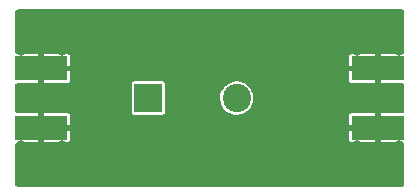
<source format=gbl>
%TF.GenerationSoftware,KiCad,Pcbnew,(6.0.6)*%
%TF.CreationDate,2023-03-09T17:56:09+01:00*%
%TF.ProjectId,dc_block,64635f62-6c6f-4636-9b2e-6b696361645f,rev?*%
%TF.SameCoordinates,Original*%
%TF.FileFunction,Copper,L2,Bot*%
%TF.FilePolarity,Positive*%
%FSLAX46Y46*%
G04 Gerber Fmt 4.6, Leading zero omitted, Abs format (unit mm)*
G04 Created by KiCad (PCBNEW (6.0.6)) date 2023-03-09 17:56:09*
%MOMM*%
%LPD*%
G01*
G04 APERTURE LIST*
%TA.AperFunction,ComponentPad*%
%ADD10R,2.400000X2.400000*%
%TD*%
%TA.AperFunction,ComponentPad*%
%ADD11C,2.400000*%
%TD*%
%TA.AperFunction,SMDPad,CuDef*%
%ADD12R,4.500000X2.000000*%
%TD*%
%TA.AperFunction,ViaPad*%
%ADD13C,0.500000*%
%TD*%
%TA.AperFunction,ViaPad*%
%ADD14C,0.800000*%
%TD*%
G04 APERTURE END LIST*
D10*
%TO.P,C1,1*%
%TO.N,Net-(C1-Pad1)*%
X111800000Y-90000000D03*
D11*
%TO.P,C1,2*%
%TO.N,Net-(C1-Pad2)*%
X119300000Y-90000000D03*
%TD*%
D12*
%TO.P,J1,2,Ext*%
%TO.N,GND*%
X102750000Y-87500000D03*
X102750000Y-92500000D03*
%TD*%
%TO.P,J2,2,Ext*%
%TO.N,GND*%
X131250000Y-87500000D03*
X131250000Y-92500000D03*
%TD*%
D13*
%TO.N,GND*%
X127600000Y-91400000D03*
X127600000Y-88600000D03*
X124400000Y-90000000D03*
X125600000Y-90000000D03*
X125000000Y-90000000D03*
D14*
X131250000Y-94000000D03*
X128400000Y-92500000D03*
X131250000Y-86000000D03*
X104500000Y-86000000D03*
X102750000Y-86000000D03*
X104500000Y-94000000D03*
X102750000Y-94000000D03*
X133000000Y-94000000D03*
X101000000Y-94000000D03*
X133000000Y-86000000D03*
X105600000Y-87800000D03*
X101000000Y-86000000D03*
X129500000Y-94000000D03*
X129500000Y-86000000D03*
X128400000Y-87800000D03*
%TD*%
%TA.AperFunction,Conductor*%
%TO.N,GND*%
G36*
X133346288Y-82518954D02*
G01*
X133427070Y-82572930D01*
X133481046Y-82653712D01*
X133500000Y-82749000D01*
X133500000Y-86051000D01*
X133481046Y-86146288D01*
X133427070Y-86227070D01*
X133346288Y-86281046D01*
X133251000Y-86300000D01*
X131524527Y-86300000D01*
X131504069Y-86304069D01*
X131500000Y-86324527D01*
X131500000Y-88675473D01*
X131504069Y-88695931D01*
X131524527Y-88700000D01*
X133251000Y-88700000D01*
X133346288Y-88718954D01*
X133427070Y-88772930D01*
X133481046Y-88853712D01*
X133500000Y-88949000D01*
X133500000Y-91051000D01*
X133481046Y-91146288D01*
X133427070Y-91227070D01*
X133346288Y-91281046D01*
X133251000Y-91300000D01*
X131524527Y-91300000D01*
X131504069Y-91304069D01*
X131500000Y-91324527D01*
X131500000Y-93675473D01*
X131504069Y-93695931D01*
X131524527Y-93700000D01*
X133251000Y-93700000D01*
X133346288Y-93718954D01*
X133427070Y-93772930D01*
X133481046Y-93853712D01*
X133500000Y-93949000D01*
X133500000Y-97251000D01*
X133481046Y-97346288D01*
X133427070Y-97427070D01*
X133346288Y-97481046D01*
X133251000Y-97500000D01*
X100749000Y-97500000D01*
X100653712Y-97481046D01*
X100572930Y-97427070D01*
X100518954Y-97346288D01*
X100500000Y-97251000D01*
X100500000Y-93949000D01*
X100518954Y-93853712D01*
X100572930Y-93772930D01*
X100653712Y-93718954D01*
X100749000Y-93700000D01*
X102475473Y-93700000D01*
X102495931Y-93695931D01*
X102500000Y-93675473D01*
X103000000Y-93675473D01*
X103004069Y-93695931D01*
X103024527Y-93700000D01*
X105007469Y-93700000D01*
X105031691Y-93697615D01*
X105053983Y-93693180D01*
X105098428Y-93674770D01*
X105123799Y-93657818D01*
X105157818Y-93623799D01*
X105174770Y-93598428D01*
X105193180Y-93553983D01*
X105197615Y-93531691D01*
X105200000Y-93507469D01*
X128800000Y-93507469D01*
X128802385Y-93531691D01*
X128806820Y-93553983D01*
X128825230Y-93598428D01*
X128842182Y-93623799D01*
X128876201Y-93657818D01*
X128901572Y-93674770D01*
X128946017Y-93693180D01*
X128968309Y-93697615D01*
X128992531Y-93700000D01*
X130975473Y-93700000D01*
X130995931Y-93695931D01*
X131000000Y-93675473D01*
X131000000Y-92774527D01*
X130995931Y-92754069D01*
X130975473Y-92750000D01*
X128824527Y-92750000D01*
X128804069Y-92754069D01*
X128800000Y-92774527D01*
X128800000Y-93507469D01*
X105200000Y-93507469D01*
X105200000Y-92774527D01*
X105195931Y-92754069D01*
X105175473Y-92750000D01*
X103024527Y-92750000D01*
X103004069Y-92754069D01*
X103000000Y-92774527D01*
X103000000Y-93675473D01*
X102500000Y-93675473D01*
X102500000Y-92225473D01*
X103000000Y-92225473D01*
X103004069Y-92245931D01*
X103024527Y-92250000D01*
X105175473Y-92250000D01*
X105195931Y-92245931D01*
X105200000Y-92225473D01*
X128800000Y-92225473D01*
X128804069Y-92245931D01*
X128824527Y-92250000D01*
X130975473Y-92250000D01*
X130995931Y-92245931D01*
X131000000Y-92225473D01*
X131000000Y-91324527D01*
X130995931Y-91304069D01*
X130975473Y-91300000D01*
X128992531Y-91300000D01*
X128968309Y-91302385D01*
X128946017Y-91306820D01*
X128901572Y-91325230D01*
X128876201Y-91342182D01*
X128842182Y-91376201D01*
X128825230Y-91401572D01*
X128806820Y-91446017D01*
X128802385Y-91468309D01*
X128800000Y-91492531D01*
X128800000Y-92225473D01*
X105200000Y-92225473D01*
X105200000Y-91492531D01*
X105197615Y-91468309D01*
X105193180Y-91446017D01*
X105174770Y-91401572D01*
X105157818Y-91376201D01*
X105123799Y-91342182D01*
X105098428Y-91325230D01*
X105053983Y-91306820D01*
X105031691Y-91302385D01*
X105007469Y-91300000D01*
X103024527Y-91300000D01*
X103004069Y-91304069D01*
X103000000Y-91324527D01*
X103000000Y-92225473D01*
X102500000Y-92225473D01*
X102500000Y-91324527D01*
X102495931Y-91304069D01*
X102475473Y-91300000D01*
X100749000Y-91300000D01*
X100653712Y-91281046D01*
X100572930Y-91227070D01*
X100568038Y-91219748D01*
X110399500Y-91219748D01*
X110411133Y-91278231D01*
X110455448Y-91344552D01*
X110521769Y-91388867D01*
X110545818Y-91393651D01*
X110545819Y-91393651D01*
X110568261Y-91398115D01*
X110568263Y-91398115D01*
X110580252Y-91400500D01*
X113019748Y-91400500D01*
X113031737Y-91398115D01*
X113031739Y-91398115D01*
X113054181Y-91393651D01*
X113054182Y-91393651D01*
X113078231Y-91388867D01*
X113144552Y-91344552D01*
X113188867Y-91278231D01*
X113200500Y-91219748D01*
X113200500Y-89965665D01*
X117895119Y-89965665D01*
X117908376Y-90195580D01*
X117910623Y-90205548D01*
X117910623Y-90205552D01*
X117928943Y-90286841D01*
X117959006Y-90420242D01*
X118045649Y-90633618D01*
X118165979Y-90829978D01*
X118172663Y-90837695D01*
X118172668Y-90837701D01*
X118242243Y-90918020D01*
X118316763Y-91004048D01*
X118493953Y-91151154D01*
X118692790Y-91267345D01*
X118784550Y-91302385D01*
X118888768Y-91342182D01*
X118907934Y-91349501D01*
X119133607Y-91395414D01*
X119244329Y-91399474D01*
X119353537Y-91403479D01*
X119353543Y-91403479D01*
X119363749Y-91403853D01*
X119373880Y-91402555D01*
X119373885Y-91402555D01*
X119496058Y-91386904D01*
X119592178Y-91374591D01*
X119601962Y-91371656D01*
X119601965Y-91371655D01*
X119802972Y-91311350D01*
X119802974Y-91311349D01*
X119812761Y-91308413D01*
X119821936Y-91303918D01*
X119821939Y-91303917D01*
X119923462Y-91254181D01*
X120019574Y-91207096D01*
X120207062Y-91073363D01*
X120370190Y-90910803D01*
X120428269Y-90829978D01*
X120498611Y-90732085D01*
X120504577Y-90723783D01*
X120606615Y-90517325D01*
X120673563Y-90296975D01*
X120703622Y-90068649D01*
X120705300Y-90000000D01*
X120686430Y-89770478D01*
X120675467Y-89726830D01*
X120632817Y-89557036D01*
X120632816Y-89557033D01*
X120630326Y-89547120D01*
X120538496Y-89335924D01*
X120413405Y-89142563D01*
X120258412Y-88972229D01*
X120077681Y-88829496D01*
X119876065Y-88718198D01*
X119866439Y-88714789D01*
X119866434Y-88714787D01*
X119668608Y-88644733D01*
X119668606Y-88644732D01*
X119658978Y-88641323D01*
X119432250Y-88600937D01*
X119422028Y-88600812D01*
X119422027Y-88600812D01*
X119283389Y-88599118D01*
X119201971Y-88598123D01*
X119191870Y-88599669D01*
X119191865Y-88599669D01*
X119034188Y-88623798D01*
X118974325Y-88632958D01*
X118964611Y-88636133D01*
X118964607Y-88636134D01*
X118790076Y-88693180D01*
X118755424Y-88704506D01*
X118746357Y-88709226D01*
X118609918Y-88780252D01*
X118551149Y-88810845D01*
X118366984Y-88949119D01*
X118359925Y-88956506D01*
X118214945Y-89108219D01*
X118214941Y-89108224D01*
X118207877Y-89115616D01*
X118078099Y-89305863D01*
X117981136Y-89514752D01*
X117919592Y-89736673D01*
X117895119Y-89965665D01*
X113200500Y-89965665D01*
X113200500Y-88780252D01*
X113188867Y-88721769D01*
X113144552Y-88655448D01*
X113078231Y-88611133D01*
X113054182Y-88606349D01*
X113054181Y-88606349D01*
X113031739Y-88601885D01*
X113031737Y-88601885D01*
X113019748Y-88599500D01*
X110580252Y-88599500D01*
X110568263Y-88601885D01*
X110568261Y-88601885D01*
X110545819Y-88606349D01*
X110545818Y-88606349D01*
X110521769Y-88611133D01*
X110455448Y-88655448D01*
X110411133Y-88721769D01*
X110399500Y-88780252D01*
X110399500Y-91219748D01*
X100568038Y-91219748D01*
X100518954Y-91146288D01*
X100500000Y-91051000D01*
X100500000Y-88949000D01*
X100518954Y-88853712D01*
X100572930Y-88772930D01*
X100653712Y-88718954D01*
X100749000Y-88700000D01*
X102475473Y-88700000D01*
X102495931Y-88695931D01*
X102500000Y-88675473D01*
X103000000Y-88675473D01*
X103004069Y-88695931D01*
X103024527Y-88700000D01*
X105007469Y-88700000D01*
X105031691Y-88697615D01*
X105053983Y-88693180D01*
X105098428Y-88674770D01*
X105123799Y-88657818D01*
X105157818Y-88623799D01*
X105174770Y-88598428D01*
X105193180Y-88553983D01*
X105197615Y-88531691D01*
X105200000Y-88507469D01*
X128800000Y-88507469D01*
X128802385Y-88531691D01*
X128806820Y-88553983D01*
X128825230Y-88598428D01*
X128842182Y-88623799D01*
X128876201Y-88657818D01*
X128901572Y-88674770D01*
X128946017Y-88693180D01*
X128968309Y-88697615D01*
X128992531Y-88700000D01*
X130975473Y-88700000D01*
X130995931Y-88695931D01*
X131000000Y-88675473D01*
X131000000Y-87774527D01*
X130995931Y-87754069D01*
X130975473Y-87750000D01*
X128824527Y-87750000D01*
X128804069Y-87754069D01*
X128800000Y-87774527D01*
X128800000Y-88507469D01*
X105200000Y-88507469D01*
X105200000Y-87774527D01*
X105195931Y-87754069D01*
X105175473Y-87750000D01*
X103024527Y-87750000D01*
X103004069Y-87754069D01*
X103000000Y-87774527D01*
X103000000Y-88675473D01*
X102500000Y-88675473D01*
X102500000Y-87225473D01*
X103000000Y-87225473D01*
X103004069Y-87245931D01*
X103024527Y-87250000D01*
X105175473Y-87250000D01*
X105195931Y-87245931D01*
X105200000Y-87225473D01*
X128800000Y-87225473D01*
X128804069Y-87245931D01*
X128824527Y-87250000D01*
X130975473Y-87250000D01*
X130995931Y-87245931D01*
X131000000Y-87225473D01*
X131000000Y-86324527D01*
X130995931Y-86304069D01*
X130975473Y-86300000D01*
X128992531Y-86300000D01*
X128968309Y-86302385D01*
X128946017Y-86306820D01*
X128901572Y-86325230D01*
X128876201Y-86342182D01*
X128842182Y-86376201D01*
X128825230Y-86401572D01*
X128806820Y-86446017D01*
X128802385Y-86468309D01*
X128800000Y-86492531D01*
X128800000Y-87225473D01*
X105200000Y-87225473D01*
X105200000Y-86492531D01*
X105197615Y-86468309D01*
X105193180Y-86446017D01*
X105174770Y-86401572D01*
X105157818Y-86376201D01*
X105123799Y-86342182D01*
X105098428Y-86325230D01*
X105053983Y-86306820D01*
X105031691Y-86302385D01*
X105007469Y-86300000D01*
X103024527Y-86300000D01*
X103004069Y-86304069D01*
X103000000Y-86324527D01*
X103000000Y-87225473D01*
X102500000Y-87225473D01*
X102500000Y-86324527D01*
X102495931Y-86304069D01*
X102475473Y-86300000D01*
X100749000Y-86300000D01*
X100653712Y-86281046D01*
X100572930Y-86227070D01*
X100518954Y-86146288D01*
X100500000Y-86051000D01*
X100500000Y-82749000D01*
X100518954Y-82653712D01*
X100572930Y-82572930D01*
X100653712Y-82518954D01*
X100749000Y-82500000D01*
X133251000Y-82500000D01*
X133346288Y-82518954D01*
G37*
%TD.AperFunction*%
%TD*%
M02*

</source>
